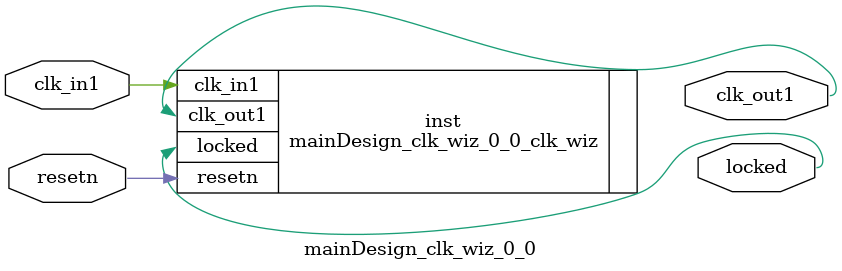
<source format=v>


`timescale 1ps/1ps

(* CORE_GENERATION_INFO = "mainDesign_clk_wiz_0_0,clk_wiz_v6_0_14_0_0,{component_name=mainDesign_clk_wiz_0_0,use_phase_alignment=true,use_min_o_jitter=false,use_max_i_jitter=false,use_dyn_phase_shift=false,use_inclk_switchover=false,use_dyn_reconfig=false,enable_axi=0,feedback_source=FDBK_AUTO,PRIMITIVE=MMCM,num_out_clk=1,clkin1_period=10.000,clkin2_period=10.000,use_power_down=false,use_reset=true,use_locked=true,use_inclk_stopped=false,feedback_type=SINGLE,CLOCK_MGR_TYPE=NA,manual_override=false}" *)

module mainDesign_clk_wiz_0_0 
 (
  // Clock out ports
  output        clk_out1,
  // Status and control signals
  input         resetn,
  output        locked,
 // Clock in ports
  input         clk_in1
 );

  mainDesign_clk_wiz_0_0_clk_wiz inst
  (
  // Clock out ports  
  .clk_out1(clk_out1),
  // Status and control signals               
  .resetn(resetn), 
  .locked(locked),
 // Clock in ports
  .clk_in1(clk_in1)
  );

endmodule

</source>
